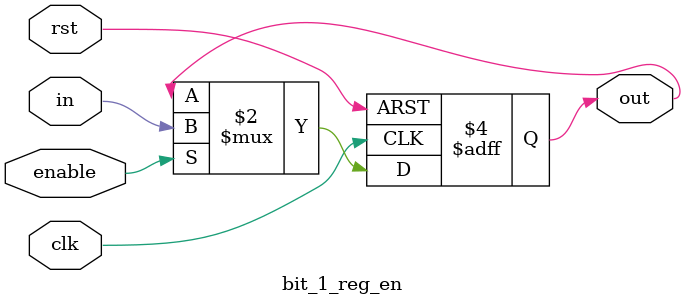
<source format=v>
    module bit_1_reg_en (in , clk , rst , enable , out);
input in;
input clk;
input rst;
input enable;
output reg out;
always@(posedge rst or posedge clk)
begin
    if(rst)
        out <= 1'b 0;
    else if(enable)
        out <= in;
end
endmodule
    

</source>
